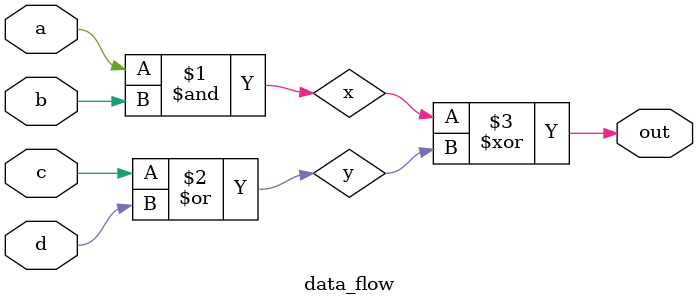
<source format=v>
module data_flow(out, a, b, c, d);
  input a, b, c, d;
  output out;
  wire x, y;
  assign x =  a & b;
  assign y =  c | d;
  assign out = x ^ y;
endmodule
</source>
